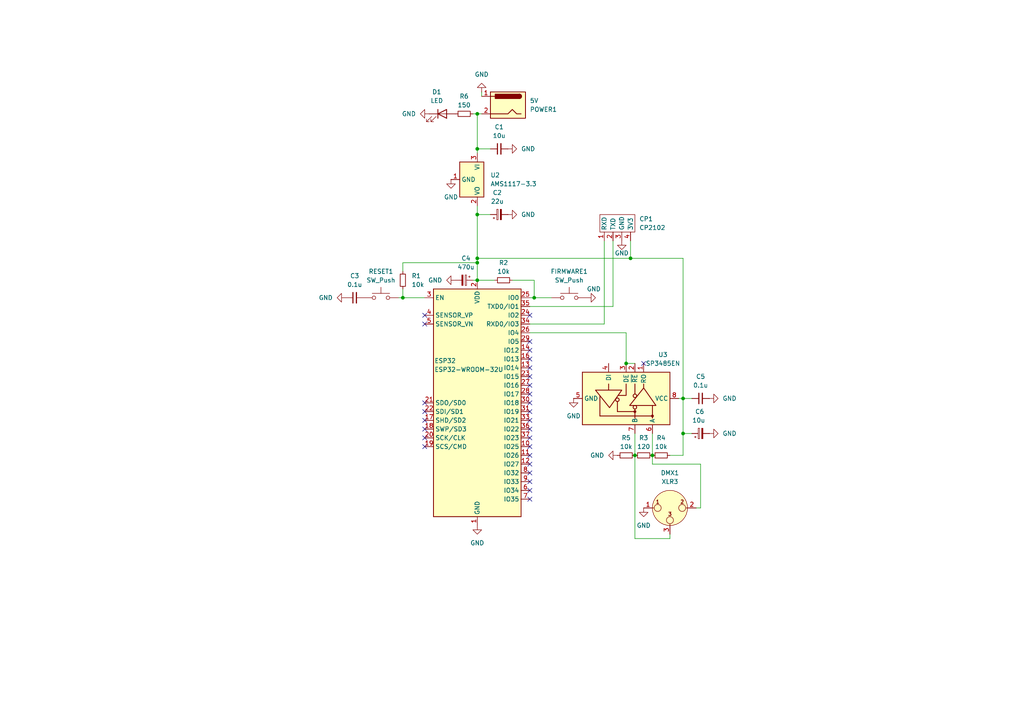
<source format=kicad_sch>
(kicad_sch (version 20250114) (generator "eeschema") (generator_version "9.0")
  (paper "A4")
  (title_block (title "Wi-Fi DMX-controller") (date "2025-03-07"))
  (lib_symbols
    (symbol "Connector:Barrel_Jack" (pin_names (offset 1.016))
      (property "Reference" "J" (at 0 5.334 0))
      (property "Value" "Barrel_Jack" (at 0 -5.08 0))
      (symbol "Barrel_Jack_0_1"
        (rectangle (start -5.08 3.81) (end 5.08 -3.81) (stroke (width 0.254)) (fill (type background)))
        (polyline (pts (xy -3.81 -2.54) (xy -2.54 -2.54) (xy -1.27 -1.27) (xy 0 -2.54) (xy 2.54 -2.54) (xy 5.08 -2.54)) (stroke (width 0.254)))
        (arc (start -3.302 1.905) (mid -3.9343 2.54) (end -3.302 3.175) (stroke (width 0.254)))
        (arc (start -3.302 1.905) (mid -3.9343 2.54) (end -3.302 3.175) (stroke (width 0.254)) (fill (type outline)))
        (rectangle (start 3.683 3.175) (end -3.302 1.905) (stroke (width 0.254)) (fill (type outline)))
        (polyline (pts (xy 5.08 2.54) (xy 3.81 2.54)) (stroke (width 0.254)))
      )
      (symbol "Barrel_Jack_1_1"
        (pin passive line (at 7.62 2.54 180) (length 2.54) (name "~") (number "1"))
        (pin passive line (at 7.62 -2.54 180) (length 2.54) (name "~") (number "2"))
      )
    )
    (symbol "Connector_Audio:XLR3" (pin_names (hide yes))
      (property "Reference" "J" (at 0 8.89 0))
      (property "Value" "XLR3" (at 0 6.35 0))
      (symbol "XLR3_0_1"
        (polyline (pts (xy -5.08 0) (xy -4.572 0)))
        (circle (center -3.556 0) (radius 1.016))
        (circle (center 0 0) (radius 5.08) (fill (type background)))
        (circle (center 0 -3.556) (radius 1.016))
        (polyline (pts (xy 0 -5.08) (xy 0 -4.572)))
        (circle (center 3.556 0) (radius 1.016))
        (polyline (pts (xy 5.08 0) (xy 4.572 0)))
        (text "1" (at -3.556 1.778 0) (effects (font (size 1.016 1.016) (bold yes))))
        (text "3" (at 0 -1.778 0) (effects (font (size 1.016 1.016) (bold yes))))
        (text "2" (at 3.556 1.778 0) (effects (font (size 1.016 1.016) (bold yes))))
        (pin passive line (at -7.62 0 0) (length 2.54) (name "~") (number "1"))
        (pin passive line (at 0 -7.62 90) (length 2.54) (name "~") (number "3"))
        (pin passive line (at 7.62 0 180) (length 2.54) (name "~") (number "2"))
      )
    )
    (symbol "Device:C_Polarized_Small" (pin_numbers (hide yes)) (pin_names (offset 0.254) (hide yes))
      (property "Reference" "C" (at 0.254 1.778 0))
      (property "Value" "C_Polarized_Small" (at 0.254 -2.032 0))
      (symbol "C_Polarized_Small_0_1"
        (rectangle (start -1.524 0.6858) (end 1.524 0.3048))
        (rectangle (start -1.524 -0.3048) (end 1.524 -0.6858) (fill (type outline)))
        (polyline (pts (xy -1.27 1.524) (xy -0.762 1.524)))
        (polyline (pts (xy -1.016 1.27) (xy -1.016 1.778)))
      )
      (symbol "C_Polarized_Small_1_1"
        (pin passive line (at 0 2.54 270) (length 1.8542) (name "~") (number "1"))
        (pin passive line (at 0 -2.54 90) (length 1.8542) (name "~") (number "2"))
      )
    )
    (symbol "Device:C_Small" (pin_numbers (hide yes)) (pin_names (offset 0.254) (hide yes))
      (property "Reference" "C" (at 0.254 1.778 0))
      (property "Value" "C_Small" (at 0.254 -2.032 0))
      (symbol "C_Small_0_1"
        (polyline (pts (xy -1.524 0.508) (xy 1.524 0.508)) (stroke (width 0.3048)))
        (polyline (pts (xy -1.524 -0.508) (xy 1.524 -0.508)) (stroke (width 0.3302)))
      )
      (symbol "C_Small_1_1"
        (pin passive line (at 0 2.54 270) (length 2.032) (name "~") (number "1"))
        (pin passive line (at 0 -2.54 90) (length 2.032) (name "~") (number "2"))
      )
    )
    (symbol "Device:LED" (pin_numbers (hide yes)) (pin_names (offset 1.016) (hide yes))
      (property "Reference" "D" (at 0 2.54 0))
      (property "Value" "LED" (at 0 -2.54 0))
      (symbol "LED_0_1"
        (polyline (pts (xy -3.048 -0.762) (xy -4.572 -2.286) (xy -3.81 -2.286) (xy -4.572 -2.286) (xy -4.572 -1.524)))
        (polyline (pts (xy -1.778 -0.762) (xy -3.302 -2.286) (xy -2.54 -2.286) (xy -3.302 -2.286) (xy -3.302 -1.524)))
        (polyline (pts (xy -1.27 0) (xy 1.27 0)))
        (polyline (pts (xy -1.27 -1.27) (xy -1.27 1.27)) (stroke (width 0.254)))
        (polyline (pts (xy 1.27 -1.27) (xy 1.27 1.27) (xy -1.27 0) (xy 1.27 -1.27)) (stroke (width 0.254)))
      )
      (symbol "LED_1_1"
        (pin passive line (at -3.81 0 0) (length 2.54) (name "K") (number "1"))
        (pin passive line (at 3.81 0 180) (length 2.54) (name "A") (number "2"))
      )
    )
    (symbol "Device:R_Small" (pin_numbers (hide yes)) (pin_names (offset 0.254) (hide yes))
      (property "Reference" "R" (at 0.762 0.508 0))
      (property "Value" "R_Small" (at 0.762 -1.016 0))
      (symbol "R_Small_0_1"
        (rectangle (start -0.762 1.778) (end 0.762 -1.778) (stroke (width 0.2032)))
      )
      (symbol "R_Small_1_1"
        (pin passive line (at 0 2.54 270) (length 0.762) (name "~") (number "1"))
        (pin passive line (at 0 -2.54 90) (length 0.762) (name "~") (number "2"))
      )
    )
    (symbol "Interface_UART:SP3485EN"
      (property "Reference" "U" (at -7.62 13.97 0))
      (property "Value" "SP3485EN" (at 1.905 13.97 0))
      (symbol "SP3485EN_0_1"
        (rectangle (start -7.62 12.7) (end 7.62 -12.7) (stroke (width 0.254)) (fill (type background)))
        (polyline (pts (xy -4.191 2.54) (xy -1.27 2.54)) (stroke (width 0.254)))
        (polyline (pts (xy -4.191 0) (xy -0.889 0) (xy -0.889 -2.286)) (stroke (width 0.254)))
        (polyline (pts (xy -3.175 5.08) (xy -4.191 5.08) (xy -4.064 5.08)) (stroke (width 0.254)))
        (polyline (pts (xy -2.54 -5.08) (xy -4.191 -5.08)) (stroke (width 0.254)))
        (polyline (pts (xy -2.413 -5.08) (xy -2.413 -1.27) (xy 2.667 -4.826) (xy -2.413 -8.89) (xy -2.413 -5.08)) (stroke (width 0.254)))
        (polyline (pts (xy -0.635 -7.62) (xy 5.08 -7.62)) (stroke (width 0.254)))
        (circle (center 0.381 -2.54) (radius 0.508) (stroke (width 0.254)))
        (polyline (pts (xy 0.889 -2.54) (xy 3.81 -2.54)) (stroke (width 0.254)))
        (polyline (pts (xy 2.032 7.62) (xy 5.715 7.62)) (stroke (width 0.254)))
        (polyline (pts (xy 3.048 2.54) (xy 5.715 2.54)) (stroke (width 0.254)))
        (circle (center 3.81 2.54) (radius 0.2794) (stroke (width 0.254)) (fill (type outline)))
        (polyline (pts (xy 3.81 -2.54) (xy 3.81 2.54)) (stroke (width 0.254)))
        (polyline (pts (xy 5.08 -7.62) (xy 5.08 7.62)) (stroke (width 0.254)))
      )
      (symbol "SP3485EN_1_1"
        (circle (center -0.762 2.54) (radius 0.508) (stroke (width 0.254)))
        (polyline (pts (xy 2.032 4.826) (xy 2.032 8.636) (xy -3.048 5.08) (xy 2.032 1.016) (xy 2.032 4.826)) (stroke (width 0.254)))
        (circle (center 2.54 2.54) (radius 0.508) (stroke (width 0.254)))
        (circle (center 5.08 7.62) (radius 0.2794) (stroke (width 0.254)) (fill (type outline)))
        (pin output line (at -10.16 5.08 0) (length 2.54) (name "RO") (number "1"))
        (pin input line (at -10.16 2.54 0) (length 2.54) (name "~{RE}") (number "2"))
        (pin input line (at -10.16 0 0) (length 2.54) (name "DE") (number "3"))
        (pin input line (at -10.16 -5.08 0) (length 2.54) (name "DI") (number "4"))
        (pin power_in line (at 0 15.24 270) (length 2.54) (name "VCC") (number "8"))
        (pin power_in line (at 0 -15.24 90) (length 2.54) (name "GND") (number "5"))
        (pin bidirectional line (at 10.16 7.62 180) (length 2.54) (name "A") (number "6"))
        (pin bidirectional line (at 10.16 2.54 180) (length 2.54) (name "B") (number "7"))
      )
    )
    (symbol "RF_Module:ESP32-WROOM-32U"
      (property "Reference" "U" (at -12.7 34.29 0))
      (property "Value" "ESP32-WROOM-32U" (at 1.27 34.29 0))
      (symbol "ESP32-WROOM-32U_0_1"
        (rectangle (start -12.7 33.02) (end 12.7 -33.02) (stroke (width 0.254)) (fill (type background)))
      )
      (symbol "ESP32-WROOM-32U_1_1"
        (pin input line (at -15.24 30.48 0) (length 2.54) (name "EN") (number "3"))
        (pin input line (at -15.24 25.4 0) (length 2.54) (name "SENSOR_VP") (number "4"))
        (pin input line (at -15.24 22.86 0) (length 2.54) (name "SENSOR_VN") (number "5"))
        (pin bidirectional line (at -15.24 0 0) (length 2.54) (name "SDO/SD0") (number "21"))
        (pin bidirectional line (at -15.24 -2.54 0) (length 2.54) (name "SDI/SD1") (number "22"))
        (pin bidirectional line (at -15.24 -5.08 0) (length 2.54) (name "SHD/SD2") (number "17"))
        (pin bidirectional line (at -15.24 -7.62 0) (length 2.54) (name "SWP/SD3") (number "18"))
        (pin bidirectional line (at -15.24 -10.16 0) (length 2.54) (name "SCK/CLK") (number "20"))
        (pin bidirectional line (at -15.24 -12.7 0) (length 2.54) (name "SCS/CMD") (number "19"))
        (pin no_connect line (at -12.7 -27.94 0) (length 2.54) (hide yes) (name "NC") (number "32"))
        (pin power_in line (at 0 35.56 270) (length 2.54) (name "VDD") (number "2"))
        (pin power_in line (at 0 -35.56 90) (length 2.54) (name "GND") (number "1"))
        (pin passive line (at 0 -35.56 90) (length 2.54) (hide yes) (name "GND") (number "15"))
        (pin passive line (at 0 -35.56 90) (length 2.54) (hide yes) (name "GND") (number "38"))
        (pin passive line (at 0 -35.56 90) (length 2.54) (hide yes) (name "GND") (number "39"))
        (pin bidirectional line (at 15.24 30.48 180) (length 2.54) (name "IO0") (number "25"))
        (pin bidirectional line (at 15.24 27.94 180) (length 2.54) (name "TXD0/IO1") (number "35"))
        (pin bidirectional line (at 15.24 25.4 180) (length 2.54) (name "IO2") (number "24"))
        (pin bidirectional line (at 15.24 22.86 180) (length 2.54) (name "RXD0/IO3") (number "34"))
        (pin bidirectional line (at 15.24 20.32 180) (length 2.54) (name "IO4") (number "26"))
        (pin bidirectional line (at 15.24 17.78 180) (length 2.54) (name "IO5") (number "29"))
        (pin bidirectional line (at 15.24 15.24 180) (length 2.54) (name "IO12") (number "14"))
        (pin bidirectional line (at 15.24 12.7 180) (length 2.54) (name "IO13") (number "16"))
        (pin bidirectional line (at 15.24 10.16 180) (length 2.54) (name "IO14") (number "13"))
        (pin bidirectional line (at 15.24 7.62 180) (length 2.54) (name "IO15") (number "23"))
        (pin bidirectional line (at 15.24 5.08 180) (length 2.54) (name "IO16") (number "27"))
        (pin bidirectional line (at 15.24 2.54 180) (length 2.54) (name "IO17") (number "28"))
        (pin bidirectional line (at 15.24 0 180) (length 2.54) (name "IO18") (number "30"))
        (pin bidirectional line (at 15.24 -2.54 180) (length 2.54) (name "IO19") (number "31"))
        (pin bidirectional line (at 15.24 -5.08 180) (length 2.54) (name "IO21") (number "33"))
        (pin bidirectional line (at 15.24 -7.62 180) (length 2.54) (name "IO22") (number "36"))
        (pin bidirectional line (at 15.24 -10.16 180) (length 2.54) (name "IO23") (number "37"))
        (pin bidirectional line (at 15.24 -12.7 180) (length 2.54) (name "IO25") (number "10"))
        (pin bidirectional line (at 15.24 -15.24 180) (length 2.54) (name "IO26") (number "11"))
        (pin bidirectional line (at 15.24 -17.78 180) (length 2.54) (name "IO27") (number "12"))
        (pin bidirectional line (at 15.24 -20.32 180) (length 2.54) (name "IO32") (number "8"))
        (pin bidirectional line (at 15.24 -22.86 180) (length 2.54) (name "IO33") (number "9"))
        (pin input line (at 15.24 -25.4 180) (length 2.54) (name "IO34") (number "6"))
        (pin input line (at 15.24 -27.94 180) (length 2.54) (name "IO35") (number "7"))
      )
    )
    (symbol "Regulator_Linear:AMS1117-3.3"
      (property "Reference" "U" (at -3.81 3.175 0))
      (property "Value" "AMS1117-3.3" (at 0 3.175 0))
      (symbol "AMS1117-3.3_0_1"
        (rectangle (start -5.08 -5.08) (end 5.08 1.905) (stroke (width 0.254)) (fill (type background)))
      )
      (symbol "AMS1117-3.3_1_1"
        (pin power_in line (at -7.62 0 0) (length 2.54) (name "VI") (number "3"))
        (pin power_in line (at 0 -7.62 90) (length 2.54) (name "GND") (number "1"))
        (pin power_out line (at 7.62 0 180) (length 2.54) (name "VO") (number "2"))
      )
    )
    (symbol "Switch:SW_Push" (pin_numbers (hide yes)) (pin_names (offset 1.016) (hide yes))
      (property "Reference" "SW" (at 1.27 2.54 0))
      (property "Value" "SW_Push" (at 0 -1.524 0))
      (symbol "SW_Push_0_1"
        (circle (center -2.032 0) (radius 0.508))
        (polyline (pts (xy 0 1.27) (xy 0 3.048)))
        (circle (center 2.032 0) (radius 0.508))
        (polyline (pts (xy 2.54 1.27) (xy -2.54 1.27)))
        (pin passive line (at -5.08 0 0) (length 2.54) (name "1") (number "1"))
        (pin passive line (at 5.08 0 180) (length 2.54) (name "2") (number "2"))
      )
    )
    (symbol "power:GND" (power) (pin_numbers (hide yes)) (pin_names (offset 0) (hide yes))
      (property "Value" "GND" (at 0 -3.81 0))
      (symbol "GND_0_1"
        (polyline (pts (xy 0 0) (xy 0 -1.27) (xy 1.27 -1.27) (xy 0 -2.54) (xy -1.27 -1.27) (xy 0 -1.27)))
      )
      (symbol "GND_1_1"
        (pin power_in line (at 0 0 270) (length 0) (name "~") (number "1"))
      )
    )
    (symbol "user_library:CP2102_Conn"
      (property "Reference" "CP" (at 0 8.128 0))
      (property "Value" "CP2102" (at 0 6.096 0))
      (symbol "CP2102_Conn_0_1"
        (rectangle (start -5.08 0) (end 5.08 5.08))
      )
      (symbol "CP2102_Conn_1_1"
        (pin input line (at -3.81 -2.54 90) (length 2.54) (name "RXD") (number "1"))
        (pin input line (at -1.27 -2.54 90) (length 2.54) (name "TXD") (number "2"))
        (pin input line (at 1.27 -2.54 90) (length 2.54) (name "GND") (number "3"))
        (pin input line (at 3.81 -2.54 90) (length 2.54) (name "3V3") (number "4"))
      )
    )
  )
  (junction (at 198.12 115.57))
  (junction (at 138.43 81.28))
  (junction (at 182.88 74.93))
  (junction (at 138.43 62.23))
  (junction (at 138.43 76.2))
  (junction (at 138.43 43.18))
  (junction (at 116.84 86.36))
  (junction (at 154.94 86.36))
  (junction (at 138.43 74.93))
  (junction (at 181.61 105.41))
  (junction (at 198.12 125.73))
  (junction (at 184.15 132.08))
  (junction (at 138.43 33.02))
  (junction (at 189.23 132.08))
  (no_connect (at 123.19 129.54))
  (no_connect (at 153.67 132.08))
  (no_connect (at 123.19 93.98))
  (no_connect (at 153.67 101.6))
  (no_connect (at 186.69 105.41))
  (no_connect (at 153.67 114.3))
  (no_connect (at 153.67 142.24))
  (no_connect (at 153.67 137.16))
  (no_connect (at 153.67 121.92))
  (no_connect (at 153.67 99.06))
  (no_connect (at 153.67 91.44))
  (no_connect (at 153.67 106.68))
  (no_connect (at 123.19 121.92))
  (no_connect (at 123.19 124.46))
  (no_connect (at 153.67 124.46))
  (no_connect (at 123.19 127))
  (no_connect (at 123.19 91.44))
  (no_connect (at 153.67 144.78))
  (no_connect (at 153.67 104.14))
  (no_connect (at 153.67 134.62))
  (no_connect (at 153.67 139.7))
  (no_connect (at 153.67 109.22))
  (no_connect (at 153.67 129.54))
  (no_connect (at 153.67 116.84))
  (no_connect (at 153.67 111.76))
  (no_connect (at 153.67 127))
  (no_connect (at 123.19 119.38))
  (no_connect (at 153.67 119.38))
  (no_connect (at 123.19 116.84))
  (wire (pts (xy 177.8 69.85) (xy 177.8 88.9)))
  (wire (pts (xy 203.2 147.32) (xy 203.2 134.62)))
  (wire (pts (xy 194.31 132.08) (xy 198.12 132.08)))
  (wire (pts (xy 138.43 81.28) (xy 143.51 81.28)))
  (wire (pts (xy 116.84 76.2) (xy 138.43 76.2)))
  (wire (pts (xy 138.43 33.02) (xy 139.7 33.02)))
  (wire (pts (xy 116.84 78.74) (xy 116.84 76.2)))
  (wire (pts (xy 184.15 125.73) (xy 184.15 132.08)))
  (wire (pts (xy 137.16 33.02) (xy 138.43 33.02)))
  (wire (pts (xy 138.43 43.18) (xy 138.43 44.45)))
  (wire (pts (xy 138.43 33.02) (xy 138.43 43.18)))
  (wire (pts (xy 201.93 147.32) (xy 203.2 147.32)))
  (wire (pts (xy 184.15 156.21) (xy 184.15 132.08)))
  (wire (pts (xy 189.23 125.73) (xy 189.23 132.08)))
  (wire (pts (xy 153.67 96.52) (xy 181.61 96.52)))
  (wire (pts (xy 138.43 59.69) (xy 138.43 62.23)))
  (wire (pts (xy 116.84 86.36) (xy 123.19 86.36)))
  (wire (pts (xy 154.94 86.36) (xy 160.02 86.36)))
  (wire (pts (xy 182.88 74.93) (xy 198.12 74.93)))
  (wire (pts (xy 142.24 43.18) (xy 138.43 43.18)))
  (wire (pts (xy 181.61 96.52) (xy 181.61 105.41)))
  (wire (pts (xy 181.61 105.41) (xy 184.15 105.41)))
  (wire (pts (xy 153.67 93.98) (xy 175.26 93.98)))
  (wire (pts (xy 189.23 134.62) (xy 189.23 132.08)))
  (wire (pts (xy 196.85 115.57) (xy 198.12 115.57)))
  (wire (pts (xy 137.16 81.28) (xy 138.43 81.28)))
  (wire (pts (xy 198.12 115.57) (xy 200.66 115.57)))
  (wire (pts (xy 194.31 156.21) (xy 184.15 156.21)))
  (wire (pts (xy 138.43 76.2) (xy 138.43 81.28)))
  (wire (pts (xy 203.2 134.62) (xy 189.23 134.62)))
  (wire (pts (xy 153.67 88.9) (xy 177.8 88.9)))
  (wire (pts (xy 198.12 125.73) (xy 200.66 125.73)))
  (wire (pts (xy 138.43 62.23) (xy 138.43 74.93)))
  (wire (pts (xy 138.43 74.93) (xy 182.88 74.93)))
  (wire (pts (xy 138.43 74.93) (xy 138.43 76.2)))
  (wire (pts (xy 194.31 154.94) (xy 194.31 156.21)))
  (wire (pts (xy 154.94 81.28) (xy 154.94 86.36)))
  (wire (pts (xy 116.84 83.82) (xy 116.84 86.36)))
  (wire (pts (xy 182.88 69.85) (xy 182.88 74.93)))
  (wire (pts (xy 198.12 125.73) (xy 198.12 132.08)))
  (wire (pts (xy 175.26 69.85) (xy 175.26 93.98)))
  (wire (pts (xy 154.94 86.36) (xy 153.67 86.36)))
  (wire (pts (xy 138.43 62.23) (xy 142.24 62.23)))
  (wire (pts (xy 198.12 115.57) (xy 198.12 74.93)))
  (wire (pts (xy 115.57 86.36) (xy 116.84 86.36)))
  (wire (pts (xy 198.12 115.57) (xy 198.12 125.73)))
  (wire (pts (xy 139.7 26.67) (xy 139.7 27.94)))
  (wire (pts (xy 148.59 81.28) (xy 154.94 81.28)))
  (symbol (lib_id "Device:C_Small") (at 144.78 43.18 90) (unit 1)
    (property "Reference" "C1" (at 144.7863 36.83 90))
    (property "Value" "10u" (at 144.7863 39.37 90))
    (property "Footprint" "Capacitor_SMD:C_0805_2012Metric" (effects (hide yes)))
    (property "Description" "Unpolarized capacitor, small symbol" (effects (hide yes)))
  )
  (symbol (lib_id "power:GND") (at 186.69 147.32 0) (unit 1)
    (property "Reference" "#PWR9" (effects (hide yes)))
    (property "Value" "GND" (at 186.69 152.4 0))
    (property "Description" "Power symbol creates a global label with name \"GND\" , ground" (effects (hide yes)))
  )
  (symbol (lib_id "Switch:SW_Push") (at 165.1 86.36 0) (unit 1)
    (property "Reference" "FIRMWARE1" (at 165.1 78.74 0))
    (property "Value" "SW_Push" (at 165.1 81.28 0))
    (property "Footprint" "user_library:small_2pin" (effects (hide yes)))
    (property "Description" "Push button switch, generic, two pins" (effects (hide yes)))
  )
  (symbol (lib_id "Device:R_Small") (at 134.62 33.02 270) (unit 1)
    (property "Reference" "R6" (at 134.62 27.94 90))
    (property "Value" "150" (at 134.62 30.48 90))
    (property "Footprint" "Resistor_SMD:R_1206_3216Metric" (effects (hide yes)))
    (property "Description" "Resistor, small symbol" (effects (hide yes)))
  )
  (symbol (lib_id "power:GND") (at 139.7 26.67 180) (unit 1)
    (property "Reference" "#PWR10" (effects (hide yes)))
    (property "Value" "GND" (at 139.7 21.59 0))
    (property "Description" "Power symbol creates a global label with name \"GND\" , ground" (effects (hide yes)))
  )
  (symbol (lib_id "Device:C_Polarized_Small") (at 144.78 62.23 90) (unit 1)
    (property "Reference" "C2" (at 144.2339 55.88 90))
    (property "Value" "22u" (at 144.2339 58.42 90))
    (property "Footprint" "Capacitor_THT:CP_Radial_D6.3mm_P2.50mm" (effects (hide yes)))
    (property "Description" "Polarized capacitor, small symbol" (effects (hide yes)))
  )
  (symbol (lib_id "RF_Module:ESP32-WROOM-32U") (at 138.43 116.84 0) (unit 1)
    (property "Reference" "ESP32" (at 125.984 104.648 0) (effects (justify left)))
    (property "Value" "ESP32-WROOM-32U" (at 125.984 107.188 0) (effects (justify left)))
    (property "Footprint" "RF_Module:ESP32-WROOM-32U" (effects (hide yes)))
    (property "Datasheet" "https://www.espressif.com/sites/default/files/documentation/esp32-wroom-32d_esp32-wroom-32u_datasheet_en.pdf" (effects (hide yes)))
    (property "Description" "RF Module, ESP32-D0WD SoC, Wi-Fi 802.11b/g/n, Bluetooth, BLE, 32-bit, 2.7-3.6V, external antenna, SMD" (effects (hide yes)))
  )
  (symbol (lib_id "power:GND") (at 138.43 152.4 0) (unit 1)
    (property "Reference" "#PWR2" (effects (hide yes)))
    (property "Value" "GND" (at 138.43 157.48 0))
    (property "Description" "Power symbol creates a global label with name \"GND\" , ground" (effects (hide yes)))
  )
  (symbol (lib_id "Regulator_Linear:AMS1117-3.3") (at 138.43 52.07 270) (unit 1)
    (property "Reference" "U2" (at 142.24 50.7999 90) (effects (justify left)))
    (property "Value" "AMS1117-3.3" (at 142.24 53.3399 90) (effects (justify left)))
    (property "Footprint" "Package_TO_SOT_SMD:SOT-223-3_TabPin2" (effects (hide yes)))
    (property "Datasheet" "http://www.advanced-monolithic.com/pdf/ds1117.pdf" (effects (hide yes)))
    (property "Description" "1A Low Dropout regulator, positive, 3.3V fixed output, SOT-223" (effects (hide yes)))
  )
  (symbol (lib_id "power:GND") (at 166.37 115.57 0) (unit 1)
    (property "Reference" "#PWR6" (effects (hide yes)))
    (property "Value" "GND" (at 166.37 120.65 0))
    (property "Description" "Power symbol creates a global label with name \"GND\" , ground" (effects (hide yes)))
  )
  (symbol (lib_id "power:GND") (at 147.32 43.18 90) (unit 1)
    (property "Reference" "#PWR3" (effects (hide yes)))
    (property "Value" "GND" (at 151.13 43.1799 90) (effects (justify right)))
    (property "Description" "Power symbol creates a global label with name \"GND\" , ground" (effects (hide yes)))
  )
  (symbol (lib_id "Device:LED") (at 128.27 33.02 0) (unit 1)
    (property "Reference" "D1" (at 126.6825 26.67 0))
    (property "Value" "LED" (at 126.6825 29.21 0))
    (property "Footprint" "LED_THT:LED_D5.0mm_Clear" (effects (hide yes)))
    (property "Description" "Light emitting diode" (effects (hide yes)))
  )
  (symbol (lib_id "Device:C_Small") (at 203.2 115.57 90) (unit 1)
    (property "Reference" "C5" (at 203.2063 109.22 90))
    (property "Value" "0.1u" (at 203.2063 111.76 90))
    (property "Footprint" "Capacitor_SMD:C_1206_3216Metric" (effects (hide yes)))
    (property "Description" "Unpolarized capacitor, small symbol" (effects (hide yes)))
  )
  (symbol (lib_id "power:GND") (at 132.08 81.28 270) (unit 1)
    (property "Reference" "#PWR11" (effects (hide yes)))
    (property "Value" "GND" (at 128.27 81.2799 90) (effects (justify right)))
    (property "Description" "Power symbol creates a global label with name \"GND\" , ground" (effects (hide yes)))
  )
  (symbol (lib_id "Device:C_Small") (at 102.87 86.36 90) (unit 1)
    (property "Reference" "C3" (at 102.8763 80.01 90))
    (property "Value" "0.1u" (at 102.8763 82.55 90))
    (property "Footprint" "Capacitor_SMD:C_1206_3216Metric" (effects (hide yes)))
    (property "Description" "Unpolarized capacitor, small symbol" (effects (hide yes)))
  )
  (symbol (lib_id "Switch:SW_Push") (at 110.49 86.36 0) (unit 1)
    (property "Reference" "RESET1" (at 110.49 78.74 0))
    (property "Value" "SW_Push" (at 110.49 81.28 0))
    (property "Footprint" "user_library:small_2pin" (effects (hide yes)))
    (property "Description" "Push button switch, generic, two pins" (effects (hide yes)))
  )
  (symbol (lib_id "Connector:Barrel_Jack") (at 147.32 30.48 0) (mirror y) (unit 1)
    (property "Reference" "POWER1" (at 153.67 31.7501 0) (effects (justify right)))
    (property "Value" "5V" (at 153.67 29.2101 0) (effects (justify right)))
    (property "Footprint" "user_library:2pin_10mm" (effects (hide yes)))
    (property "Description" "DC Barrel Jack" (effects (hide yes)))
  )
  (symbol (lib_id "user_library:CP2102_Conn") (at 179.07 67.31 0) (unit 1)
    (property "Reference" "CP1" (at 185.42 63.4999 0) (effects (justify left)))
    (property "Value" "CP2102" (at 185.42 66.0399 0) (effects (justify left)))
    (property "Footprint" "user_library:CP2102_Conn" (effects (hide yes)))
  )
  (symbol (lib_id "Device:R_Small") (at 146.05 81.28 270) (unit 1)
    (property "Reference" "R2" (at 146.05 76.2 90))
    (property "Value" "10k" (at 146.05 78.74 90))
    (property "Footprint" "Resistor_SMD:R_0805_2012Metric" (effects (hide yes)))
    (property "Description" "Resistor, small symbol" (effects (hide yes)))
  )
  (symbol (lib_id "Device:R_Small") (at 191.77 132.08 90) (unit 1)
    (property "Reference" "R4" (at 191.77 127 90))
    (property "Value" "10k" (at 191.77 129.54 90))
    (property "Footprint" "Resistor_SMD:R_0805_2012Metric" (effects (hide yes)))
    (property "Description" "Resistor, small symbol" (effects (hide yes)))
  )
  (symbol (lib_id "power:GND") (at 130.81 52.07 0) (unit 1)
    (property "Reference" "#PWR1" (effects (hide yes)))
    (property "Value" "GND" (at 130.81 57.15 0))
    (property "Description" "Power symbol creates a global label with name \"GND\" , ground" (effects (hide yes)))
  )
  (symbol (lib_id "power:GND") (at 205.74 125.73 90) (unit 1)
    (property "Reference" "#PWR14" (effects (hide yes)))
    (property "Value" "GND" (at 209.55 125.7299 90) (effects (justify right)))
    (property "Description" "Power symbol creates a global label with name \"GND\" , ground" (effects (hide yes)))
  )
  (symbol (lib_id "power:GND") (at 124.46 33.02 270) (unit 1)
    (property "Reference" "#PWR12" (effects (hide yes)))
    (property "Value" "GND" (at 120.65 33.0199 90) (effects (justify right)))
    (property "Description" "Power symbol creates a global label with name \"GND\" , ground" (effects (hide yes)))
  )
  (symbol (lib_id "Device:R_Small") (at 116.84 81.28 0) (unit 1)
    (property "Reference" "R1" (at 119.38 80.0099 0) (effects (justify left)))
    (property "Value" "10k" (at 119.38 82.5499 0) (effects (justify left)))
    (property "Footprint" "Resistor_SMD:R_0805_2012Metric" (effects (hide yes)))
    (property "Description" "Resistor, small symbol" (effects (hide yes)))
  )
  (symbol (lib_id "Device:R_Small") (at 181.61 132.08 90) (unit 1)
    (property "Reference" "R5" (at 181.61 127 90))
    (property "Value" "10k" (at 181.61 129.54 90))
    (property "Footprint" "Resistor_SMD:R_0805_2012Metric" (effects (hide yes)))
    (property "Description" "Resistor, small symbol" (effects (hide yes)))
  )
  (symbol (lib_id "power:GND") (at 205.74 115.57 90) (unit 1)
    (property "Reference" "#PWR8" (effects (hide yes)))
    (property "Value" "GND" (at 209.55 115.5699 90) (effects (justify right)))
    (property "Description" "Power symbol creates a global label with name \"GND\" , ground" (effects (hide yes)))
  )
  (symbol (lib_id "Connector_Audio:XLR3") (at 194.31 147.32 0) (unit 1)
    (property "Reference" "DMX1" (at 194.31 137.16 0))
    (property "Value" "XLR3" (at 194.31 139.7 0))
    (property "Footprint" "user_library:3pin_10mm" (effects (hide yes)))
    (property "Description" "XLR Connector, Male or Female, 3 Pins" (effects (hide yes)))
  )
  (symbol (lib_id "Interface_UART:SP3485EN") (at 181.61 115.57 270) (unit 1)
    (property "Reference" "U3" (at 192.278 102.87 90))
    (property "Value" "SP3485EN" (at 192.278 105.41 90))
    (property "Footprint" "Package_SO:SOIC-8_3.9x4.9mm_P1.27mm" (effects (hide yes)))
    (property "Datasheet" "http://www.icbase.com/pdf/SPX/SPX00480106.pdf" (effects (hide yes)))
    (property "Description" "Industrial 3.3V Low Power Half-Duplex RS-485 Transceiver 10Mbps, SOIC-8" (effects (hide yes)))
  )
  (symbol (lib_id "power:GND") (at 180.34 69.85 0) (unit 1)
    (property "Reference" "#PWR15" (effects (hide yes)))
    (property "Value" "GND" (at 182.372 73.406 0) (effects (justify right)))
    (property "Description" "Power symbol creates a global label with name \"GND\" , ground" (effects (hide yes)))
  )
  (symbol (lib_id "power:GND") (at 100.33 86.36 270) (unit 1)
    (property "Reference" "#PWR5" (effects (hide yes)))
    (property "Value" "GND" (at 96.52 86.3599 90) (effects (justify right)))
    (property "Description" "Power symbol creates a global label with name \"GND\" , ground" (effects (hide yes)))
  )
  (symbol (lib_id "power:GND") (at 179.07 132.08 270) (unit 1)
    (property "Reference" "#PWR7" (effects (hide yes)))
    (property "Value" "GND" (at 175.26 132.0799 90) (effects (justify right)))
    (property "Description" "Power symbol creates a global label with name \"GND\" , ground" (effects (hide yes)))
  )
  (symbol (lib_id "Device:C_Polarized_Small") (at 203.2 125.73 90) (unit 1)
    (property "Reference" "C6" (at 202.946 119.38 90))
    (property "Value" "10u" (at 202.6539 121.92 90))
    (property "Footprint" "Capacitor_THT:CP_Radial_D4.0mm_P2.00mm" (effects (hide yes)))
    (property "Description" "Polarized capacitor, small symbol" (effects (hide yes)))
  )
  (symbol (lib_id "power:GND") (at 147.32 62.23 90) (unit 1)
    (property "Reference" "#PWR13" (effects (hide yes)))
    (property "Value" "GND" (at 151.13 62.2299 90) (effects (justify right)))
    (property "Description" "Power symbol creates a global label with name \"GND\" , ground" (effects (hide yes)))
  )
  (symbol (lib_id "power:GND") (at 170.18 86.36 90) (unit 1)
    (property "Reference" "#PWR4" (effects (hide yes)))
    (property "Value" "GND" (at 170.18 83.82 90) (effects (justify right)))
    (property "Description" "Power symbol creates a global label with name \"GND\" , ground" (effects (hide yes)))
  )
  (symbol (lib_id "Device:C_Polarized_Small") (at 134.62 81.28 270) (unit 1)
    (property "Reference" "C4" (at 135.1661 74.93 90))
    (property "Value" "470u" (at 135.1661 77.47 90))
    (property "Footprint" "Capacitor_THT:CP_Radial_D6.3mm_P2.50mm" (effects (hide yes)))
    (property "Description" "Polarized capacitor, small symbol" (effects (hide yes)))
  )
  (symbol (lib_id "Device:R_Small") (at 186.69 132.08 90) (unit 1)
    (property "Reference" "R3" (at 186.69 127 90))
    (property "Value" "120" (at 186.69 129.54 90))
    (property "Footprint" "Resistor_SMD:R_1206_3216Metric" (effects (hide yes)))
    (property "Description" "Resistor, small symbol" (effects (hide yes)))
  )
)
</source>
